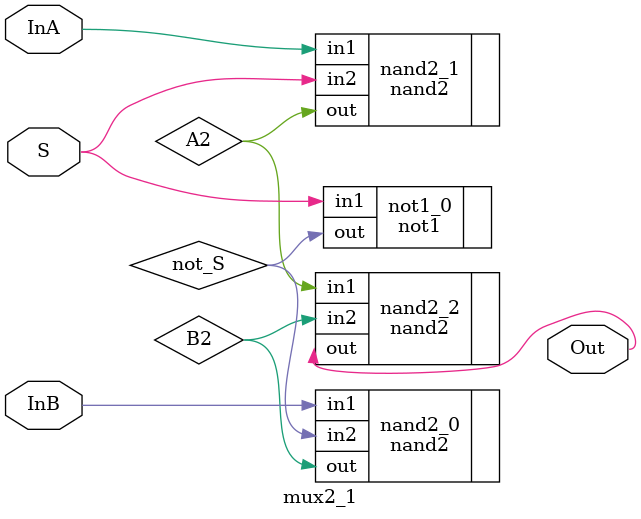
<source format=v>
/*
    CS/ECE 552 Spring '19
    Homework #3, Problem 1
    Repurposed for hw 5
    2-1 mux template
*/
module mux2_1(InA, InB, S, Out);
    input   InA, InB;
    input   S;
    output  Out;

    wire A2, B2, not_S;

    not1 not1_0 (.in1(S), .out(not_S));
    nand2 nand2_0 (.in1(InB), .in2(not_S), .out(B2));
    nand2 nand2_1 (.in1(InA), .in2(S), .out(A2));
    nand2 nand2_2 (.in1(A2), .in2(B2), .out(Out));

endmodule

</source>
